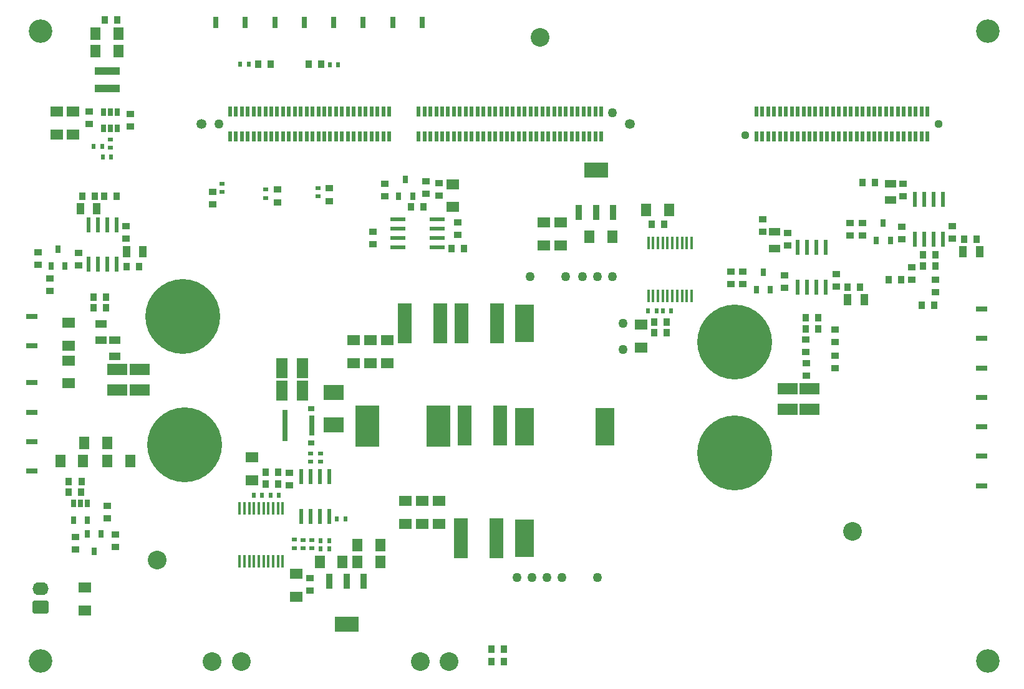
<source format=gbr>
G04 #@! TF.GenerationSoftware,KiCad,Pcbnew,(5.1.9)-1*
G04 #@! TF.CreationDate,2021-02-22T11:59:36-08:00*
G04 #@! TF.ProjectId,UnfolderBuffer,556e666f-6c64-4657-9242-75666665722e,rev?*
G04 #@! TF.SameCoordinates,Original*
G04 #@! TF.FileFunction,Soldermask,Top*
G04 #@! TF.FilePolarity,Negative*
%FSLAX46Y46*%
G04 Gerber Fmt 4.6, Leading zero omitted, Abs format (unit mm)*
G04 Created by KiCad (PCBNEW (5.1.9)-1) date 2021-02-22 11:59:36*
%MOMM*%
%LPD*%
G01*
G04 APERTURE LIST*
%ADD10R,0.800000X1.600000*%
%ADD11R,1.600000X0.800000*%
%ADD12C,2.540000*%
%ADD13R,1.000000X0.889000*%
%ADD14R,1.397000X1.800000*%
%ADD15R,1.800000X1.397000*%
%ADD16O,2.190000X1.740000*%
%ADD17R,0.650000X1.060000*%
%ADD18R,3.250000X2.150000*%
%ADD19R,0.950000X2.150000*%
%ADD20R,0.508000X0.711000*%
%ADD21R,0.711000X0.508000*%
%ADD22R,3.400000X0.980000*%
%ADD23R,0.889000X1.000000*%
%ADD24C,1.348000*%
%ADD25R,0.500000X1.450000*%
%ADD26C,1.270000*%
%ADD27C,10.160000*%
%ADD28R,1.930400X5.511800*%
%ADD29C,1.120000*%
%ADD30R,1.500000X1.016000*%
%ADD31R,1.016000X1.500000*%
%ADD32R,2.743000X2.159000*%
%ADD33C,3.200000*%
%ADD34R,3.200000X5.700000*%
%ADD35R,0.740000X4.310000*%
%ADD36R,0.740000X2.730000*%
%ADD37R,0.890000X0.740000*%
%ADD38R,0.650000X1.050000*%
%ADD39R,2.000000X0.600000*%
%ADD40R,2.540000X5.080000*%
%ADD41R,0.406400X1.803400*%
%ADD42R,0.600000X2.000000*%
%ADD43R,2.700000X1.600000*%
%ADD44R,1.600000X2.700000*%
G04 APERTURE END LIST*
D10*
X47000000Y90000000D03*
X55000000Y90000000D03*
X51000000Y90000000D03*
D11*
X131000000Y27000000D03*
X131000000Y35000000D03*
X2000000Y41000000D03*
X131000000Y31000000D03*
X2000000Y29000000D03*
X2000000Y37000000D03*
X131000000Y47000000D03*
X131000000Y51000000D03*
X2000000Y50000000D03*
X2000000Y46000000D03*
X131000000Y39000000D03*
X131000000Y43000000D03*
X2000000Y33000000D03*
D12*
X113400000Y20800000D03*
X71000000Y87900000D03*
X19000000Y16900000D03*
D13*
X37000000Y27050000D03*
X37000000Y28750000D03*
D14*
X49359000Y16640340D03*
X46241000Y16640340D03*
D15*
X7000000Y46041000D03*
X7000000Y49159000D03*
X9200000Y10041000D03*
X9200000Y13159000D03*
D16*
X3200000Y13040000D03*
G36*
G01*
X4044442Y9630000D02*
X2355558Y9630000D01*
G75*
G02*
X2105000Y9880558I0J250558D01*
G01*
X2105000Y11119442D01*
G75*
G02*
X2355558Y11370000I250558J0D01*
G01*
X4044442Y11370000D01*
G75*
G02*
X4295000Y11119442I0J-250558D01*
G01*
X4295000Y9880558D01*
G75*
G02*
X4044442Y9630000I-250558J0D01*
G01*
G37*
D17*
X13650000Y77800000D03*
X12700000Y77800000D03*
X11750000Y77800000D03*
X11750000Y75600000D03*
X13650000Y75600000D03*
X12700000Y75600000D03*
D18*
X78600000Y69900000D03*
D19*
X80900000Y64100000D03*
X78600000Y64100000D03*
X76300000Y64100000D03*
D20*
X10433000Y73100000D03*
X11567000Y73100000D03*
D21*
X12700000Y74067000D03*
X12700000Y72933000D03*
D20*
X11633000Y71700000D03*
X12767000Y71700000D03*
D22*
X12300000Y81015000D03*
X12300000Y83385000D03*
D15*
X5400000Y77859000D03*
X5400000Y74741000D03*
D14*
X13759000Y86100000D03*
X10641000Y86100000D03*
D15*
X7600000Y77859000D03*
X7600000Y74741000D03*
D13*
X9800000Y77850000D03*
X9800000Y76150000D03*
D14*
X13759000Y88400000D03*
X10641000Y88400000D03*
D23*
X13650000Y90300000D03*
X11950000Y90300000D03*
D13*
X15400000Y77550000D03*
X15400000Y75850000D03*
D14*
X77741000Y60800000D03*
X80859000Y60800000D03*
D15*
X71500000Y62759000D03*
X71500000Y59641000D03*
X73800000Y59641000D03*
X73800000Y62759000D03*
D24*
X83180000Y76160000D03*
X25080000Y76160000D03*
D25*
X79330000Y77860000D03*
X79330000Y74460000D03*
X78530000Y77860000D03*
X78530000Y74460000D03*
X77730000Y77860000D03*
X77730000Y74460000D03*
X76930000Y77860000D03*
X76930000Y74460000D03*
X76130000Y77860000D03*
X76130000Y74460000D03*
X75330000Y77860000D03*
X75330000Y74460000D03*
X74530000Y77860000D03*
X74530000Y74460000D03*
X73730000Y77860000D03*
X73730000Y74460000D03*
X72930000Y77860000D03*
X72930000Y74460000D03*
X72130000Y77860000D03*
X72130000Y74460000D03*
X71330000Y77860000D03*
X71330000Y74460000D03*
X70530000Y77860000D03*
X70530000Y74460000D03*
X69730000Y77860000D03*
X69730000Y74460000D03*
X68930000Y77860000D03*
X68930000Y74460000D03*
X68130000Y77860000D03*
X68130000Y74460000D03*
X67330000Y77860000D03*
X67330000Y74460000D03*
X66530000Y77860000D03*
X66530000Y74460000D03*
X65730000Y77860000D03*
X65730000Y74460000D03*
X64930000Y77860000D03*
X64930000Y74460000D03*
X64130000Y77860000D03*
X64130000Y74460000D03*
X63330000Y77860000D03*
X63330000Y74460000D03*
X62530000Y77860000D03*
X62530000Y74460000D03*
X61730000Y77860000D03*
X61730000Y74460000D03*
X60930000Y77860000D03*
X60930000Y74460000D03*
X60130000Y77860000D03*
X60130000Y74460000D03*
X59330000Y77860000D03*
X59330000Y74460000D03*
X58530000Y77860000D03*
X58530000Y74460000D03*
X57730000Y77860000D03*
X57730000Y74460000D03*
X56930000Y77860000D03*
X56930000Y74460000D03*
X56130000Y77860000D03*
X56130000Y74460000D03*
X55330000Y77860000D03*
X55330000Y74460000D03*
X54530000Y77860000D03*
X54530000Y74460000D03*
X50530000Y77860000D03*
X50530000Y74460000D03*
X49730000Y77860000D03*
X49730000Y74460000D03*
X48930000Y77860000D03*
X48930000Y74460000D03*
X48130000Y77860000D03*
X48130000Y74460000D03*
X47330000Y77860000D03*
X47330000Y74460000D03*
X46530000Y77860000D03*
X46530000Y74460000D03*
X45730000Y77860000D03*
X45730000Y74460000D03*
X44930000Y77860000D03*
X44930000Y74460000D03*
X44130000Y77860000D03*
X44130000Y74460000D03*
X43330000Y77860000D03*
X43330000Y74460000D03*
X42530000Y77860000D03*
X42530000Y74460000D03*
X41730000Y77860000D03*
X41730000Y74460000D03*
X40930000Y77860000D03*
X40930000Y74460000D03*
X40130000Y77860000D03*
X40130000Y74460000D03*
X39330000Y77860000D03*
X39330000Y74460000D03*
X38530000Y77860000D03*
X38530000Y74460000D03*
X37730000Y77860000D03*
X37730000Y74460000D03*
X36930000Y77860000D03*
X36930000Y74460000D03*
X36130000Y77860000D03*
X36130000Y74460000D03*
X35330000Y77860000D03*
X35330000Y74460000D03*
X34530000Y77860000D03*
X34530000Y74460000D03*
X33730000Y77860000D03*
X33730000Y74460000D03*
X32930000Y77860000D03*
X32930000Y74460000D03*
X32130000Y77860000D03*
X32130000Y74460000D03*
X31330000Y77860000D03*
X31330000Y74460000D03*
X30530000Y77860000D03*
X30530000Y74460000D03*
X29730000Y77860000D03*
X29730000Y74460000D03*
D26*
X80830000Y77660000D03*
X27430000Y76160000D03*
D25*
X28930000Y77860000D03*
X28930000Y74460000D03*
D27*
X97450000Y46550000D03*
X97450000Y31450000D03*
X22500000Y50010000D03*
X22790000Y32570000D03*
D13*
X107120000Y45150000D03*
X107120000Y46850000D03*
D28*
X65623000Y35160000D03*
X60797000Y35160000D03*
D23*
X107106120Y48300000D03*
X108806120Y48300000D03*
D12*
X58700000Y3100000D03*
X54737600Y3100000D03*
X30481200Y3060000D03*
X26518800Y3060000D03*
D20*
X41232040Y18405640D03*
X42366040Y18405640D03*
X41239660Y19535940D03*
X42373660Y19535940D03*
D21*
X40024520Y19607640D03*
X40024520Y18473640D03*
D29*
X125100000Y76160000D03*
X98850000Y74660000D03*
D25*
X123600000Y74460000D03*
X122800000Y74460000D03*
X122000000Y74460000D03*
X121200000Y74460000D03*
X120400000Y74460000D03*
X119600000Y74460000D03*
X118800000Y74460000D03*
X118000000Y74460000D03*
X117200000Y74460000D03*
X116400000Y74460000D03*
X115600000Y74460000D03*
X114800000Y74460000D03*
X114000000Y74460000D03*
X113200000Y74460000D03*
X112400000Y74460000D03*
X111600000Y74460000D03*
X110800000Y74460000D03*
X110000000Y74460000D03*
X109200000Y74460000D03*
X108400000Y74460000D03*
X107600000Y74460000D03*
X106800000Y74460000D03*
X106000000Y74460000D03*
X105200000Y74460000D03*
X104400000Y74460000D03*
X103600000Y74460000D03*
X102800000Y74460000D03*
X102000000Y74460000D03*
X101200000Y74460000D03*
X100400000Y74460000D03*
X123600000Y77860000D03*
X122800000Y77860000D03*
X122000000Y77860000D03*
X121200000Y77860000D03*
X120400000Y77860000D03*
X119600000Y77860000D03*
X118800000Y77860000D03*
X118000000Y77860000D03*
X117200000Y77860000D03*
X116400000Y77860000D03*
X115600000Y77860000D03*
X114800000Y77860000D03*
X114000000Y77860000D03*
X113200000Y77860000D03*
X112400000Y77860000D03*
X111600000Y77860000D03*
X110800000Y77860000D03*
X110000000Y77860000D03*
X109200000Y77860000D03*
X108400000Y77860000D03*
X107600000Y77860000D03*
X106800000Y77860000D03*
X106000000Y77860000D03*
X105200000Y77860000D03*
X104400000Y77860000D03*
X103600000Y77860000D03*
X102800000Y77860000D03*
X102000000Y77860000D03*
X101200000Y77860000D03*
X100400000Y77860000D03*
D13*
X13330000Y20360000D03*
X13330000Y18660000D03*
X7971600Y20027100D03*
X7971600Y18327100D03*
D23*
X7038920Y26110520D03*
X8738920Y26110520D03*
D13*
X12250000Y22550000D03*
X12250000Y24250000D03*
X104600000Y59650000D03*
X104600000Y61350000D03*
D30*
X102830400Y61473440D03*
X102830400Y59255440D03*
D23*
X107088340Y49823440D03*
X108788340Y49823440D03*
X112750000Y54000000D03*
X114450000Y54000000D03*
D31*
X115009000Y52300000D03*
X112791000Y52300000D03*
D13*
X55540820Y66657220D03*
X55540820Y68357220D03*
X49970000Y68050000D03*
X49970000Y66350000D03*
X98575900Y54360780D03*
X98575900Y56060780D03*
X104219780Y53890880D03*
X104219780Y55590880D03*
D23*
X8850000Y66300000D03*
X10550000Y66300000D03*
D31*
X8593500Y64623580D03*
X10811500Y64623580D03*
D13*
X2847040Y57019720D03*
X2847040Y58719720D03*
D23*
X10367260Y51146760D03*
X12067260Y51146760D03*
D13*
X8366460Y56928280D03*
X8366460Y58628280D03*
D23*
X14850000Y56800000D03*
X16550000Y56800000D03*
D31*
X17109000Y58800000D03*
X14891000Y58800000D03*
D13*
X48300000Y59850000D03*
X48300000Y61550000D03*
X57270000Y66450000D03*
X57270000Y68150000D03*
D15*
X59129760Y67988560D03*
X59129760Y64870560D03*
D23*
X59000000Y59220000D03*
X60700000Y59220000D03*
X86490660Y47817560D03*
X88190660Y47817560D03*
X87850000Y62500000D03*
X86150000Y62500000D03*
X86523680Y49270440D03*
X88223680Y49270440D03*
D15*
X84720000Y45771000D03*
X84720000Y48889000D03*
D14*
X85441000Y64500000D03*
X88559000Y64500000D03*
X46241000Y18930000D03*
X49359000Y18930000D03*
X41093480Y16625100D03*
X44211480Y16625100D03*
D23*
X35450000Y27200000D03*
X33750000Y27200000D03*
D13*
X39800000Y12750000D03*
X39800000Y14450000D03*
D23*
X33750000Y28800000D03*
X35450000Y28800000D03*
D15*
X31900000Y27741000D03*
X31900000Y30859000D03*
X37900000Y15059000D03*
X37900000Y11941000D03*
D23*
X41280000Y84280000D03*
X39580000Y84280000D03*
X32770000Y84300000D03*
X34470000Y84300000D03*
D13*
X42440000Y65700000D03*
X42440000Y67400000D03*
X26600000Y65210000D03*
X26600000Y66910000D03*
D32*
X43000000Y35270500D03*
X43000000Y39690500D03*
D33*
X3200000Y3200000D03*
X131800000Y88800000D03*
X3200000Y88800000D03*
X131800000Y3200000D03*
D23*
X66147800Y4755280D03*
X64447800Y4755280D03*
X64441080Y3076340D03*
X66141080Y3076340D03*
D13*
X101210000Y63230000D03*
X101210000Y61530000D03*
X96912200Y54400000D03*
X96912200Y56100000D03*
X111200000Y54050000D03*
X111200000Y55750000D03*
X4500000Y53450000D03*
X4500000Y55150000D03*
D28*
X65213000Y49100000D03*
X60387000Y49100000D03*
X60287000Y19850000D03*
X65113000Y19850000D03*
D34*
X47550000Y35100000D03*
X57250000Y35100000D03*
D23*
X11850000Y66300000D03*
X13550000Y66300000D03*
D13*
X14820000Y62260000D03*
X14820000Y60560000D03*
D35*
X36420000Y35160000D03*
D36*
X40000000Y35160000D03*
D37*
X39925000Y32835000D03*
X39925000Y37485000D03*
D14*
X15379000Y30330000D03*
X12261000Y30330000D03*
X12229000Y32800000D03*
X9111000Y32800000D03*
X5881000Y30390000D03*
X8999000Y30390000D03*
D23*
X7049080Y27540540D03*
X8749080Y27540540D03*
D13*
X107140000Y43650000D03*
X107140000Y41950000D03*
X111050000Y46550000D03*
X111050000Y48250000D03*
X111050000Y42990000D03*
X111050000Y44690000D03*
D15*
X7020000Y44019000D03*
X7020000Y40901000D03*
D23*
X10392660Y52637740D03*
X12092660Y52637740D03*
D30*
X11400000Y49009000D03*
X11400000Y46791000D03*
X13300000Y44591000D03*
X13300000Y46809000D03*
D23*
X53474080Y64890320D03*
X55174080Y64890320D03*
D13*
X59836820Y61060520D03*
X59836820Y62760520D03*
D20*
X86841680Y50751780D03*
X85707680Y50751780D03*
X87673640Y50731460D03*
X88807640Y50731460D03*
D21*
X37700000Y19667000D03*
X37700000Y18533000D03*
D20*
X44567000Y22500000D03*
X43433000Y22500000D03*
D21*
X39900000Y30242840D03*
X39900000Y31376840D03*
X38863740Y19630500D03*
X38863740Y18496500D03*
D20*
X35567000Y25700000D03*
X34433000Y25700000D03*
X32133000Y25700000D03*
X33267000Y25700000D03*
X43587000Y84230000D03*
X42453000Y84230000D03*
X31467000Y84300000D03*
X30333000Y84300000D03*
D21*
X40880000Y67482420D03*
X40880000Y66348420D03*
X27850000Y68027000D03*
X27850000Y66893000D03*
D10*
X39000000Y90000000D03*
X31000000Y90000000D03*
X43000000Y90000000D03*
X27000000Y90000000D03*
D38*
X10498900Y18118540D03*
X9548900Y20418540D03*
X11448900Y20418540D03*
X9590000Y24600000D03*
X8640000Y24600000D03*
X7690000Y24600000D03*
X7690000Y22300000D03*
X9590000Y22300000D03*
X52770000Y68642880D03*
X53720000Y66342880D03*
X51820000Y66342880D03*
X100389420Y53682320D03*
X102289420Y53682320D03*
X101339420Y55982320D03*
X5590240Y59182280D03*
X6540240Y56882280D03*
X4640240Y56882280D03*
D39*
X57083440Y63241480D03*
X57083440Y60701480D03*
X57083440Y61971480D03*
X57083440Y59431480D03*
X51683440Y59431480D03*
X51683440Y60701480D03*
X51683440Y61971480D03*
X51683440Y63241480D03*
D26*
X80851400Y55435420D03*
X78819400Y55435420D03*
X76787400Y55435420D03*
X74485400Y55435420D03*
X69675400Y55435420D03*
X82248400Y49085420D03*
X82248400Y45529420D03*
X78819400Y14541420D03*
X73993400Y14541420D03*
X71961400Y14541420D03*
X69929400Y14541420D03*
X67897400Y14541420D03*
D40*
X68913400Y49085420D03*
X68913400Y35001120D03*
X68913400Y19875420D03*
X79851300Y35001120D03*
D41*
X91583280Y59949120D03*
X90948280Y59949120D03*
X90287880Y59949120D03*
X89627480Y59949120D03*
X88992480Y59949120D03*
X88332080Y59949120D03*
X87671680Y59949120D03*
X87036680Y59949120D03*
X86376280Y59949120D03*
X85741280Y59949120D03*
X85741280Y52760920D03*
X86376280Y52760920D03*
X87036680Y52760920D03*
X87671680Y52760920D03*
X88332080Y52760920D03*
X88992480Y52760920D03*
X89627480Y52760920D03*
X90287880Y52760920D03*
X90948280Y52760920D03*
X91583280Y52760920D03*
D42*
X38595000Y28200000D03*
X41135000Y28200000D03*
X39865000Y28200000D03*
X42405000Y28200000D03*
X42405000Y22800000D03*
X41135000Y22800000D03*
X39865000Y22800000D03*
X38595000Y22800000D03*
D19*
X47040360Y14008220D03*
X44740360Y14008220D03*
X42440360Y14008220D03*
D18*
X44740360Y8208220D03*
D41*
X30232640Y23955540D03*
X30867640Y23955540D03*
X31528040Y23955540D03*
X32188440Y23955540D03*
X32823440Y23955540D03*
X33483840Y23955540D03*
X34144240Y23955540D03*
X34779240Y23955540D03*
X35439640Y23955540D03*
X36074640Y23955540D03*
X36074640Y16767340D03*
X35439640Y16767340D03*
X34779240Y16767340D03*
X34144240Y16767340D03*
X33483840Y16767340D03*
X32823440Y16767340D03*
X32188440Y16767340D03*
X31528040Y16767340D03*
X30867640Y16767340D03*
X30232640Y16767340D03*
D21*
X41200000Y30233000D03*
X41200000Y31367000D03*
D43*
X16700000Y39980000D03*
X16700000Y42780000D03*
X13580000Y40000000D03*
X13580000Y42800000D03*
X107610000Y37390000D03*
X107610000Y40190000D03*
D15*
X45700000Y43641000D03*
X45700000Y46759000D03*
X55000000Y24959000D03*
X55000000Y21841000D03*
D43*
X104610000Y37390000D03*
X104610000Y40190000D03*
D44*
X36000000Y43000000D03*
X38800000Y43000000D03*
X38800000Y39900000D03*
X36000000Y39900000D03*
D13*
X114760000Y62720000D03*
X114760000Y61020000D03*
X120140000Y60510000D03*
X120140000Y62210000D03*
X113090000Y61010000D03*
X113090000Y62710000D03*
D28*
X57513000Y49080000D03*
X52687000Y49080000D03*
D42*
X105955000Y59360000D03*
X108495000Y59360000D03*
X107225000Y59360000D03*
X109765000Y59360000D03*
X109765000Y53960000D03*
X108495000Y53960000D03*
X107225000Y53960000D03*
X105955000Y53960000D03*
X9755000Y57080000D03*
X11025000Y57080000D03*
X12295000Y57080000D03*
X13565000Y57080000D03*
X13565000Y62480000D03*
X11025000Y62480000D03*
X12295000Y62480000D03*
X9755000Y62480000D03*
D38*
X116670000Y60360000D03*
X118570000Y60360000D03*
X117620000Y62660000D03*
D42*
X121905000Y65900000D03*
X124445000Y65900000D03*
X123175000Y65900000D03*
X125715000Y65900000D03*
X125715000Y60500000D03*
X124445000Y60500000D03*
X123175000Y60500000D03*
X121905000Y60500000D03*
D13*
X120290000Y66350000D03*
X120290000Y68050000D03*
D30*
X118600000Y65851000D03*
X118600000Y68069000D03*
D23*
X124690000Y56890000D03*
X122990000Y56890000D03*
X130270000Y60490000D03*
X128570000Y60490000D03*
D31*
X130669000Y58830000D03*
X128451000Y58830000D03*
D13*
X35340000Y65530000D03*
X35340000Y67230000D03*
D23*
X114780000Y68170000D03*
X116480000Y68170000D03*
D13*
X126960000Y62250000D03*
X126960000Y60550000D03*
D23*
X122860000Y51520000D03*
X124560000Y51520000D03*
D13*
X124680000Y53330000D03*
X124680000Y55030000D03*
D23*
X122980000Y58350000D03*
X124680000Y58350000D03*
D13*
X121470000Y55010000D03*
X121470000Y56710000D03*
D23*
X118320000Y55010000D03*
X120020000Y55010000D03*
D21*
X33770000Y67237000D03*
X33770000Y66103000D03*
D10*
X35000000Y90000000D03*
D15*
X50300000Y43641000D03*
X50300000Y46759000D03*
X52700000Y24959000D03*
X52700000Y21841000D03*
X47950000Y43691000D03*
X47950000Y46809000D03*
X57300000Y24959000D03*
X57300000Y21841000D03*
M02*

</source>
